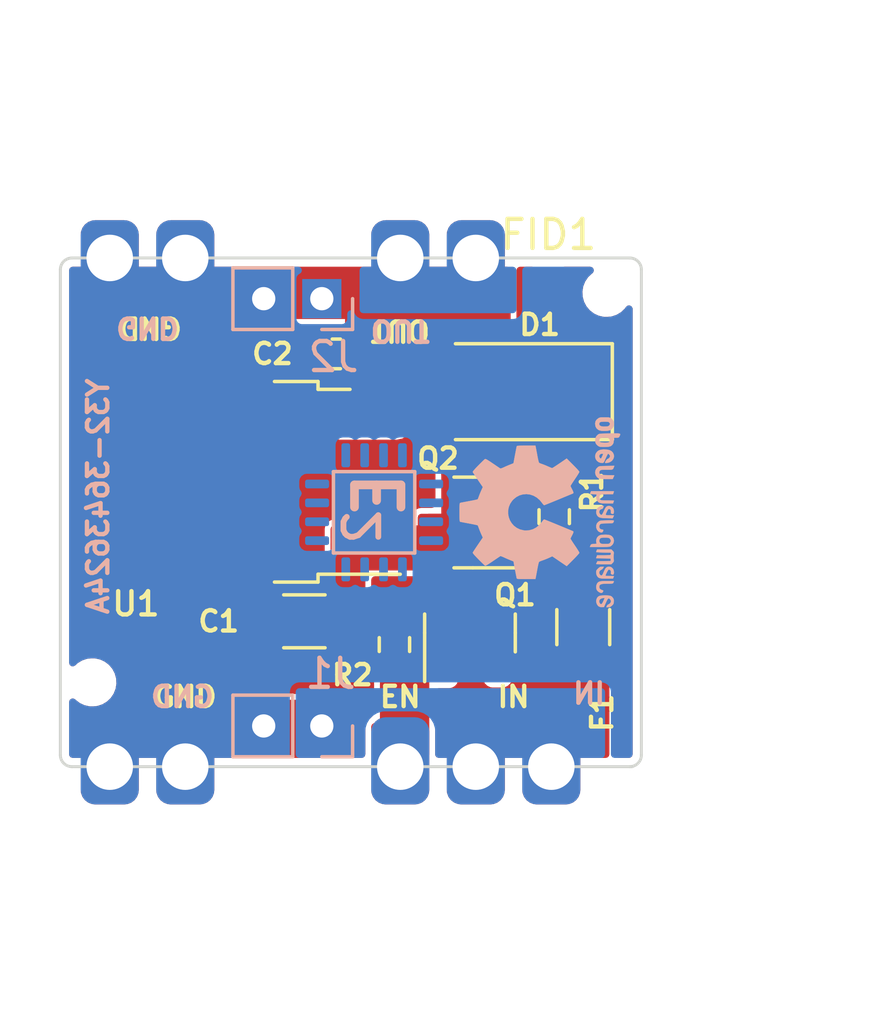
<source format=kicad_pcb>
(kicad_pcb (version 20211014) (generator pcbnew)
  (layers (0 "F.Cu" signal) (31 "B.Cu" signal) (34 "B.Paste" user) (35 "F.Paste" user) (36 "B.SilkS" user "B.Silkscreen") (37 "F.SilkS" user "F.Silkscreen") (38 "B.Mask" user) (39 "F.Mask" user) (44 "Edge.Cuts" user))
  (net 0 "")
  (net 1 "/IN")
  (net 2 "GND")
  (net 3 "/OUT")
  (net 4 "/INPUT")
  (net 5 "Net-(Q1-Pad3)")
  (net 6 "Net-(F1-Pad2)")
  (net 7 "/EN")
  (footprint "Resistor_SMD:R_0603_1608Metric" (layer "F.Cu") (at 108.7 95 90)
    (fp_text reference "R2" (at -1.05 -1.45 180) (layer "F.SilkS") (effects (font (size 0.7 0.7))))
    (fp_text value "100K")
    (fp_line (start -0.237258 -0.5225) (end 0.237258 -0.5225) (layer "F.SilkS") (width 0.12))
    (fp_line (start -0.237258 0.5225) (end 0.237258 0.5225) (layer "F.SilkS") (width 0.12))
    (pad "1" smd roundrect locked (at -0.825 0 90) (size 0.8 0.95) (layers "F.Cu" "F.Paste" "F.Mask") (net 7 "/EN"))
    (pad "2" smd roundrect locked (at 0.825 0 90) (size 0.8 0.95) (layers "F.Cu" "F.Paste" "F.Mask") (net 2 "GND"))
  )
  (footprint "Fiducial:Fiducial_0.5mm_Mask1mm" (layer "F.Cu") (at 98.2 94)
    (fp_text reference "FID2" hide)
    (fp_text value "Fiducial")
    (pad "" smd circle locked (at 0 0) (size 0.5 0.5) (layers "F.Cu" "F.Mask") (clearance 0.25))
  )
  (footprint "Fiducial:Fiducial_0.5mm_Mask1mm" (layer "F.Cu") (at 114 82.4)
    (fp_text reference "FID1" (at 0 -1.5) (layer "F.SilkS"))
    (fp_text value "Fiducial")
    (pad "" smd circle locked (at 0 0) (size 0.5 0.5) (layers "F.Cu" "F.Mask") (clearance 0.25))
  )
  (footprint "Package_TO_SOT_SMD:SOT-23" (layer "F.Cu") (at 111.3 94.6 90)
    (fp_text reference "Q1" (at 1.3 1.55) (layer "F.SilkS") (effects (font (size 0.7 0.7))))
    (fp_text value "BC817")
    (fp_line (start 0 1.56) (end -0.65 1.56) (layer "F.SilkS") (width 0.12))
    (fp_line (start 0 -1.56) (end -1.675 -1.56) (layer "F.SilkS") (width 0.12))
    (fp_line (start 0 -1.56) (end 0.65 -1.56) (layer "F.SilkS") (width 0.12))
    (fp_line (start 0 1.56) (end 0.65 1.56) (layer "F.SilkS") (width 0.12))
    (pad "1" smd roundrect locked (at -0.9375 -0.95 90) (size 1.475 0.6) (layers "F.Cu" "F.Paste" "F.Mask") (net 7 "/EN"))
    (pad "2" smd roundrect locked (at -0.9375 0.95 90) (size 1.475 0.6) (layers "F.Cu" "F.Paste" "F.Mask") (net 2 "GND"))
    (pad "3" smd roundrect locked (at 0.9375 0 90) (size 1.475 0.6) (layers "F.Cu" "F.Paste" "F.Mask") (net 5 "Net-(Q1-Pad3)"))
  )
  (footprint "Buck_ti:cast_edge" (layer "F.Cu") (at 114.1 99.2 90)
    (fp_text reference "TP5" hide)
    (fp_text value "IN" (at 2.517157 1.3 unlocked) (layer "B.SilkS") (effects (font (size 0.7 0.7)) (justify mirror)))
    (pad "1" thru_hole roundrect (at 0 0 90) (size 3 2) (drill 1.6 (offset 0.2 0)) (layers *.Cu *.Mask) (net 4 "/INPUT"))
  )
  (footprint "Resistor_SMD:R_0603_1608Metric" (layer "F.Cu") (at 114.2 90.6 -90)
    (fp_text reference "R1" (at -0.85 -1.3 90) (layer "F.SilkS") (effects (font (size 0.7 0.7))))
    (fp_text value "100K")
    (fp_line (start -0.237258 -0.5225) (end 0.237258 -0.5225) (layer "F.SilkS") (width 0.12))
    (fp_line (start -0.237258 0.5225) (end 0.237258 0.5225) (layer "F.SilkS") (width 0.12))
    (pad "1" smd roundrect locked (at -0.825 0 270) (size 0.8 0.95) (layers "F.Cu" "F.Paste" "F.Mask") (net 6 "Net-(F1-Pad2)"))
    (pad "2" smd roundrect locked (at 0.825 0 270) (size 0.8 0.95) (layers "F.Cu" "F.Paste" "F.Mask") (net 5 "Net-(Q1-Pad3)"))
  )
  (footprint "Buck_ti:cast_edge" (layer "F.Cu") (at 101.5 99.2 90)
    (fp_text reference "TP1" hide)
    (fp_text value "GND" (at 2.4 0 unlocked) (layer "F.SilkS") (effects (font (size 0.7 0.7))))
    (pad "1" thru_hole roundrect (at 0 0 90) (size 3 2) (drill 1.6 (offset 0.2 0)) (layers *.Cu *.Mask) (net 2 "GND"))
  )
  (footprint "Buck_ti:cast_edge" (layer "F.Cu") (at 108.9 81.7 -90)
    (fp_text reference "TP4" hide)
    (fp_text value "OUT" (at 2.5 0 180 unlocked) (layer "F.SilkS") (effects (font (size 0.7 0.7))))
    (pad "1" thru_hole roundrect (at 0 0 270) (size 3 2) (drill 1.6 (offset 0.2 0)) (layers *.Cu *.Mask) (net 3 "/OUT"))
  )
  (footprint "MountingHole:MountingHole_2.1mm" (layer "F.Cu") (at 116 82.9)
    (fp_text reference "H1" hide)
    (fp_text value "MountingHole" hide)
    (pad "" np_thru_hole circle (at 0 0) (size 1.152 1.152) (drill 1.152) (layers F&B.Cu *.Mask))
  )
  (footprint "Fuse:Fuse_1206_3216Metric" (layer "F.Cu") (at 115.2 94.4 90)
    (fp_text reference "F1" (at -2.95 0.65 90) (layer "F.SilkS") (effects (font (size 0.7 0.7))))
    (fp_text value "Polyfuse_Small" hide)
    (fp_line (start -0.602064 -0.91) (end 0.602064 -0.91) (layer "F.SilkS") (width 0.12))
    (fp_line (start -0.602064 0.91) (end 0.602064 0.91) (layer "F.SilkS") (width 0.12))
    (pad "1" smd roundrect locked (at -1.4 0 90) (size 1.25 1.75) (layers "F.Cu" "F.Paste" "F.Mask") (roundrect_rratio 0.2) (net 4 "/INPUT"))
    (pad "2" smd roundrect locked (at 1.4 0 90) (size 1.25 1.75) (layers "F.Cu" "F.Paste" "F.Mask") (roundrect_rratio 0.2) (net 6 "Net-(F1-Pad2)"))
  )
  (footprint "Buck_ti:cast_edge" (layer "F.Cu") (at 98.9 81.7 -90)
    (fp_text reference "TP6" hide)
    (fp_text value "GND" (at 2.4 -1.3 180 unlocked) (layer "B.SilkS") (effects (font (size 0.7 0.7)) (justify mirror)))
    (pad "1" thru_hole roundrect (at 0 0 270) (size 3 2) (drill 1.6 (offset 0.2 0)) (layers *.Cu *.Mask) (net 2 "GND"))
  )
  (footprint "Buck_ti:cast_edge" (layer "F.Cu") (at 98.9 99.2 90)
    (fp_text reference "TP7" hide)
    (fp_text value "GND" (at 2.4 2.5 unlocked) (layer "B.SilkS") (effects (font (size 0.7 0.7)) (justify mirror)))
    (pad "1" thru_hole roundrect (at 0 0 90) (size 3 2) (drill 1.6 (offset 0.2 0)) (layers *.Cu *.Mask) (net 2 "GND"))
  )
  (footprint "Package_TO_SOT_SMD:SOT-23" (layer "F.Cu") (at 111.4 90.8 180)
    (fp_text reference "Q2" (at 1.2 2.2) (layer "F.SilkS") (effects (font (size 0.7 0.7))))
    (fp_text value "DMG2301L")
    (fp_line (start 0 -1.56) (end -1.675 -1.56) (layer "F.SilkS") (width 0.12))
    (fp_line (start 0 1.56) (end -0.65 1.56) (layer "F.SilkS") (width 0.12))
    (fp_line (start 0 1.56) (end 0.65 1.56) (layer "F.SilkS") (width 0.12))
    (fp_line (start 0 -1.56) (end 0.65 -1.56) (layer "F.SilkS") (width 0.12))
    (pad "1" smd roundrect locked (at -0.9375 -0.95 180) (size 1.475 0.6) (layers "F.Cu" "F.Paste" "F.Mask") (net 5 "Net-(Q1-Pad3)"))
    (pad "2" smd roundrect locked (at -0.9375 0.95 180) (size 1.475 0.6) (layers "F.Cu" "F.Paste" "F.Mask") (net 6 "Net-(F1-Pad2)"))
    (pad "3" smd roundrect locked (at 0.9375 0 180) (size 1.475 0.6) (layers "F.Cu" "F.Paste" "F.Mask") (net 1 "/IN"))
  )
  (footprint "Buck_ti:cast_edge" (layer "F.Cu") (at 111.5 81.7 -90)
    (fp_text reference "TP8" hide)
    (fp_text value "OUT" (at 2.5 2.6 180 unlocked) (layer "B.SilkS") (effects (font (size 0.7 0.7)) (justify mirror)))
    (pad "1" thru_hole roundrect (at 0 0 270) (size 3 2) (drill 1.6 (offset 0.2 0)) (layers *.Cu *.Mask) (net 3 "/OUT"))
  )
  (footprint "Capacitor_SMD:C_1206_3216Metric" (layer "F.Cu") (at 105.6 94.2 180)
    (fp_text reference "C1" (at 2.95 0 180) (layer "F.SilkS") (effects (font (size 0.7 0.7))))
    (fp_text value "330nF" hide)
    (fp_line (start -0.711252 0.91) (end 0.711252 0.91) (layer "F.SilkS") (width 0.12))
    (fp_line (start -0.711252 -0.91) (end 0.711252 -0.91) (layer "F.SilkS") (width 0.12))
    (pad "1" smd roundrect locked (at -1.475 0 180) (size 1.15 1.8) (layers "F.Cu" "F.Paste" "F.Mask") (roundrect_rratio 0.2173913043) (net 1 "/IN"))
    (pad "2" smd roundrect locked (at 1.475 0 180) (size 1.15 1.8) (layers "F.Cu" "F.Paste" "F.Mask") (roundrect_rratio 0.2173913043) (net 2 "GND"))
  )
  (footprint "MountingHole:MountingHole_2.1mm" (layer "F.Cu") (at 98.3 96.3)
    (fp_text reference "H2" hide)
    (fp_text value "MountingHole" hide)
    (pad "" np_thru_hole circle (at 0 0) (size 1.152 1.152) (drill 1.152) (layers F&B.Cu *.Mask) (clearance 0.25))
  )
  (footprint "Capacitor_SMD:C_0603_1608Metric" (layer "F.Cu") (at 106.7 85 180)
    (fp_text reference "C2" (at 2.2 0 180) (layer "F.SilkS") (effects (font (size 0.7 0.7))))
    (fp_text value "100nF" hide)
    (fp_line (start -0.14058 0.51) (end 0.14058 0.51) (layer "F.SilkS") (width 0.12))
    (fp_line (start -0.14058 -0.51) (end 0.14058 -0.51) (layer "F.SilkS") (width 0.12))
    (pad "1" smd roundrect locked (at -0.775 0 180) (size 0.9 0.95) (layers "F.Cu" "F.Paste" "F.Mask") (net 3 "/OUT"))
    (pad "2" smd roundrect locked (at 0.775 0 180) (size 0.9 0.95) (layers "F.Cu" "F.Paste" "F.Mask") (net 2 "GND"))
  )
  (footprint "Package_TO_SOT_SMD:TO-252-2" (layer "F.Cu") (at 103.6 89.4 180)
    (fp_text reference "U1" (at 3.8 -4.2) (layer "F.SilkS") (effects (font (size 0.8 0.8))))
    (fp_text value "L7805" hide)
    (fp_line (start -2.47 -3.18) (end -5.3 -3.18) (layer "F.SilkS") (width 0.12))
    (fp_line (start -2.47 3.18) (end -3.57 3.18) (layer "F.SilkS") (width 0.12))
    (fp_line (start -2.47 3.45) (end -2.47 3.18) (layer "F.SilkS") (width 0.12))
    (fp_line (start -0.97 3.45) (end -2.47 3.45) (layer "F.SilkS") (width 0.12))
    (fp_line (start -2.47 -3.45) (end -2.47 -3.18) (layer "F.SilkS") (width 0.12))
    (fp_line (start -0.97 -3.45) (end -2.47 -3.45) (layer "F.SilkS") (width 0.12))
    (pad "1" smd rect locked (at -4.2 -2.28 180) (size 2.2 1.2) (layers "F.Cu" "F.Paste" "F.Mask") (net 1 "/IN"))
    (pad "2" smd rect locked (at 2.1 0 180) (size 6.4 5.8) (layers "F.Cu" "F.Mask") (net 2 "GND"))
    (pad "3" smd rect locked (at -4.2 2.28 180) (size 2.2 1.2) (layers "F.Cu" "F.Paste" "F.Mask") (net 3 "/OUT"))
  )
  (footprint "Buck_ti:cast_edge" (layer "F.Cu") (at 108.9 99.2 90)
    (fp_text reference "TP9" hide)
    (fp_text value "EN" (at 2.4 0 unlocked) (layer "F.SilkS") (effects (font (size 0.7 0.7))))
    (pad "1" thru_hole roundrect (at 0 0 90) (size 3 2) (drill 1.6 (offset 0.2 0)) (layers *.Cu *.Mask) (net 7 "/EN"))
  )
  (footprint "Buck_ti:cast_edge" (layer "F.Cu") (at 111.5 99.2 90)
    (fp_text reference "TP2" hide)
    (fp_text value "IN" (at 2.4 1.3 unlocked) (layer "F.SilkS") (effects (font (size 0.7 0.7))))
    (pad "1" thru_hole roundrect (at 0 0 90) (size 3 2) (drill 1.6 (offset 0.2 0)) (layers *.Cu *.Mask) (net 4 "/INPUT"))
  )
  (footprint "Buck_ti:cast_edge" (layer "F.Cu") (at 101.5 81.7 -90)
    (fp_text reference "TP3" hide)
    (fp_text value "GND" (at 2.4 1.2 180 unlocked) (layer "F.SilkS") (effects (font (size 0.7 0.7))))
    (pad "1" thru_hole roundrect (at 0 0 270) (size 3 2) (drill 1.6 (offset 0.2 0)) (layers *.Cu *.Mask) (net 2 "GND"))
  )
  (footprint "Diode_SMD:D_SMA" (layer "F.Cu") (at 112.8 86.3 180)
    (fp_text reference "D1" (at -0.9 2.3) (layer "F.SilkS") (effects (font (size 0.7 0.7))))
    (fp_text value "B140-13-F" hide)
    (fp_line (start -3.4 -1.65) (end -3.4 1.65) (layer "F.SilkS") (width 0.12))
    (fp_line (start -3.4 1.65) (end 2 1.65) (layer "F.SilkS") (width 0.12))
    (fp_line (start -3.4 -1.65) (end 2 -1.65) (layer "F.SilkS") (width 0.12))
    (pad "1" smd rect locked (at -2 0 180) (size 2.5 1.8) (layers "F.Cu" "F.Paste" "F.Mask") (net 1 "/IN"))
    (pad "2" smd rect locked (at 2 0 180) (size 2.5 1.8) (layers "F.Cu" "F.Paste" "F.Mask") (net 3 "/OUT"))
  )
  (footprint "Connector_PinHeader_2.00mm:PinHeader_1x02_P2.00mm_Vertical" (layer "B.Cu") (at 106.2 83.1 90)
    (fp_text reference "J2" (at -2 0.4) (layer "B.SilkS") (effects (justify mirror)))
    (fp_text value "Conn_01x02" hide)
    (fp_line (start -1.06 0) (end -1.06 1.06) (layer "B.SilkS") (width 0.12))
    (fp_line (start -1.06 1.06) (end 0 1.06) (layer "B.SilkS") (width 0.12))
    (fp_line (start -1.06 -3.06) (end 1.06 -3.06) (layer "B.SilkS") (width 0.12))
    (fp_line (start -1.06 -1) (end 1.06 -1) (layer "B.SilkS") (width 0.12))
    (fp_line (start 1.06 -1) (end 1.06 -3.06) (layer "B.SilkS") (width 0.12))
    (fp_line (start -1.06 -1) (end -1.06 -3.06) (layer "B.SilkS") (width 0.12))
    (pad "1" thru_hole rect locked (at 0 0 90) (size 1.35 1.35) (drill 0.8) (layers *.Cu *.Mask) (net 3 "/OUT"))
    (pad "2" thru_hole oval locked (at 0 -2 90) (size 1.35 1.35) (drill 0.8) (layers *.Cu *.Mask) (net 2 "GND"))
  )
  (footprint "Connector_PinHeader_2.00mm:PinHeader_1x02_P2.00mm_Vertical" (layer "B.Cu") (at 106.2 97.8 90)
    (fp_text reference "J1" (at 1.8 0.3) (layer "B.SilkS") (effects (justify mirror)))
    (fp_text value "Conn_01x02" hide)
    (fp_line (start -1.06 1.06) (end 0 1.06) (layer "B.SilkS") (width 0.12))
    (fp_line (start -1.06 -3.06) (end 1.06 -3.06) (layer "B.SilkS") (width 0.12))
    (fp_line (start -1.06 -1) (end -1.06 -3.06) (layer "B.SilkS") (width 0.12))
    (fp_line (start -1.06 0) (end -1.06 1.06) (layer "B.SilkS") (width 0.12))
    (fp_line (start -1.06 -1) (end 1.06 -1) (layer "B.SilkS") (width 0.12))
    (fp_line (start 1.06 -1) (end 1.06 -3.06) (layer "B.SilkS") (width 0.12))
    (pad "1" thru_hole rect locked (at 0 0 90) (size 1.35 1.35) (drill 0.8) (layers *.Cu *.Mask) (net 4 "/INPUT"))
    (pad "2" thru_hole oval locked (at 0 -2 90) (size 1.35 1.35) (drill 0.8) (layers *.Cu *.Mask) (net 2 "GND"))
  )
  (footprint "Symbol:OSHW-Logo2_7.3x6mm_SilkScreen" (layer "B.Cu") (at 113.7 90.45 -90)
    (fp_text reference "REF**" hide)
    (fp_text value "OSHW-Logo2_7.3x6mm_SilkScreen" hide)
    (fp_poly (pts (xy 0.529926 -1.949755) (xy 0.595858 -1.974084) (xy 0.649273 -2.017117) (xy 0.670164 -2.047409) (xy 0.692939 -2.102994) (xy 0.692466 -2.143186) (xy 0.668562 -2.170217) (xy 0.659717 -2.174813) (xy 0.62153 -2.189144) (xy 0.602028 -2.185472) (xy 0.595422 -2.161407) (xy 0.595086 -2.148114) (xy 0.582992 -2.09921) (xy 0.551471 -2.064999) (xy 0.507659 -2.048476) (xy 0.458695 -2.052634) (xy 0.418894 -2.074227) (xy 0.40545 -2.086544) (xy 0.395921 -2.101487) (xy 0.389485 -2.124075) (xy 0.385317 -2.159328) (xy 0.382597 -2.212266) (xy 0.380502 -2.287907) (xy 0.37996 -2.311857) (xy 0.377981 -2.39379) (xy 0.375731 -2.451455) (xy 0.372357 -2.489608) (xy 0.367006 -2.513004) (xy 0.358824 -2.526398) (xy 0.346959 -2.534545) (xy 0.339362 -2.538144) (xy 0.307102 -2.550452) (xy 0.288111 -2.554514) (xy 0.281836 -2.540948) (xy 0.278006 -2.499934) (xy 0.2766 -2.430999) (xy 0.277598 -2.333669) (xy 0.277908 -2.318657) (xy 0.280101 -2.229859) (xy 0.282693 -2.165019) (xy 0.286382 -2.119067) (xy 0.291864 -2.086935) (xy 0.299835 -2.063553) (xy 0.310993 -2.043852) (xy 0.31683 -2.03541) (xy 0.350296 -1.998057) (xy 0.387727 -1.969003) (xy 0.392309 -1.966467) (xy 0.459426 -1.946443) (xy 0.529926 -1.949755)) (layer "B.SilkS") (width 0.01) (fill solid))
    (fp_poly (pts (xy 2.6526 -1.958752) (xy 2.669948 -1.966334) (xy 2.711356 -1.999128) (xy 2.746765 -2.046547) (xy 2.768664 -2.097151) (xy 2.772229 -2.122098) (xy 2.760279 -2.156927) (xy 2.734067 -2.175357) (xy 2.705964 -2.186516) (xy 2.693095 -2.188572) (xy 2.686829 -2.173649) (xy 2.674456 -2.141175) (xy 2.669028 -2.126502) (xy 2.63859 -2.075744) (xy 2.59452 -2.050427) (xy 2.53801 -2.051206) (xy 2.533825 -2.052203) (xy 2.503655 -2.066507) (xy 2.481476 -2.094393) (xy 2.466327 -2.139287) (xy 2.45725 -2.204615) (xy 2.453286 -2.293804) (xy 2.452914 -2.341261) (xy 2.45273 -2.416071) (xy 2.451522 -2.467069) (xy 2.448309 -2.499471) (xy 2.442109 -2.518495) (xy 2.43194 -2.529356) (xy 2.416819 -2.537272) (xy 2.415946 -2.53767) (xy 2.386828 -2.549981) (xy 2.372403 -2.554514) (xy 2.370186 -2.540809) (xy 2.368289 -2.502925) (xy 2.366847 -2.445715) (xy 2.365998 -2.374027) (xy 2.365829 -2.321565) (xy 2.366692 -2.220047) (xy 2.37007 -2.143032) (xy 2.377142 -2.086023) (xy 2.389088 -2.044526) (xy 2.40709 -2.014043) (xy 2.432327 -1.99008) (xy 2.457247 -1.973355) (xy 2.517171 -1.951097) (xy 2.586911 -1.946076) (xy 2.6526 -1.958752)) (layer "B.SilkS") (width 0.01) (fill solid))
    (fp_poly (pts (xy 1.779833 -1.958663) (xy 1.782048 -1.99685) (xy 1.783784 -2.054886) (xy 1.784899 -2.12818) (xy 1.785257 -2.205055) (xy 1.785257 -2.465196) (xy 1.739326 -2.511127) (xy 1.707675 -2.539429) (xy 1.67989 -2.550893) (xy 1.641915 -2.550168) (xy 1.62684 -2.548321) (xy 1.579726 -2.542948) (xy 1.540756 -2.539869) (xy 1.531257 -2.539585) (xy 1.499233 -2.541445) (xy 1.453432 -2.546114) (xy 1.435674 -2.548321) (xy 1.392057 -2.551735) (xy 1.362745 -2.54432) (xy 1.33368 -2.521427) (xy 1.323188 -2.511127) (xy 1.277257 -2.465196) (xy 1.277257 -1.978602) (xy 1.314226 -1.961758) (xy 1.346059 -1.949282) (xy 1.364683 -1.944914) (xy 1.369458 -1.958718) (xy 1.373921 -1.997286) (xy 1.377775 -2.056356) (xy 1.380722 -2.131663) (xy 1.382143 -2.195286) (xy 1.386114 -2.445657) (xy 1.420759 -2.450556) (xy 1.452268 -2.447131) (xy 1.467708 -2.436041) (xy 1.472023 -2.415308) (xy 1.475708 -2.371145) (xy 1.478469 -2.309146) (xy 1.480012 -2.234909) (xy 1.480235 -2.196706) (xy 1.480457 -1.976783) (xy 1.526166 -1.960849) (xy 1.558518 -1.950015) (xy 1.576115 -1.944962) (xy 1.576623 -1.944914) (xy 1.578388 -1.958648) (xy 1.580329 -1.99673) (xy 1.582282 -2.054482) (xy 1.584084 -2.127227) (xy 1.585343 -2.195286) (xy 1.589314 -2.445657) (xy 1.6764 -2.445657) (xy 1.680396 -2.21724) (xy 1.684392 -1.988822) (xy 1.726847 -1.966868) (xy 1.758192 -1.951793) (xy 1.776744 -1.944951) (xy 1.777279 -1.944914) (xy 1.779833 -1.958663)) (layer "B.SilkS") (width 0.01) (fill solid))
    (fp_poly (pts (xy -2.400256 -1.919918) (xy -2.344799 -1.947568) (xy -2.295852 -1.99848) (xy -2.282371 -2.017338) (xy -2.267686 -2.042015) (xy -2.258158 -2.068816) (xy -2.252707 -2.104587) (xy -2.250253 -2.156169) (xy -2.249714 -2.224267) (xy -2.252148 -2.317588) (xy -2.260606 -2.387657) (xy -2.276826 -2.439931) (xy -2.302546 -2.479869) (xy -2.339503 -2.512929) (xy -2.342218 -2.514886) (xy -2.37864 -2.534908) (xy -2.422498 -2.544815) (xy -2.478276 -2.547257) (xy -2.568952 -2.547257) (xy -2.56899 -2.635283) (xy -2.569834 -2.684308) (xy -2.574976 -2.713065) (xy -2.588413 -2.730311) (xy -2.614142 -2.744808) (xy -2.620321 -2.747769) (xy -2.649236 -2.761648) (xy -2.671624 -2.770414) (xy -2.688271 -2.771171) (xy -2.699964 -2.761023) (xy -2.70749 -2.737073) (xy -2.711634 -2.696426) (xy -2.713185 -2.636186) (xy -2.712929 -2.553455) (xy -2.711651 -2.445339) (xy -2.711252 -2.413) (xy -2.709815 -2.301524) (xy -2.708528 -2.228603) (xy -2.569029 -2.228603) (xy -2.568245 -2.290499) (xy -2.56476 -2.330997) (xy -2.556876 -2.357708) (xy -2.542895 -2.378244) (xy -2.533403 -2.38826) (xy -2.494596 -2.417567) (xy -2.460237 -2.419952) (xy -2.424784 -2.39575) (xy -2.423886 -2.394857) (xy -2.409461 -2.376153) (xy -2.400687 -2.350732) (xy -2.396261 -2.311584) (xy -2.394882 -2.251697) (xy -2.394857 -2.23843) (xy -2.398188 -2.155901) (xy -2.409031 -2.098691) (xy -2.42866 -2.063766) (xy -2.45835 -2.048094) (xy -2.475509 -2.046514) (xy -2.516234 -2.053926) (xy -2.544168 -2.07833) (xy -2.560983 -2.12298) (xy -2.56835 -2.19113) (xy -2.569029 -2.228603) (xy -2.708528 -2.228603) (xy -2.708292 -2.215245) (xy -2.706323 -2.150333) (xy -2.70355 -2.102958) (xy -2.699612 -2.06929) (xy -2.694151 -2.045498) (xy -2.686808 -2.027753) (xy -2.677223 -2.012224) (xy -2.673113 -2.006381) (xy -2.618595 -1.951185) (xy -2.549664 -1.91989) (xy -2.469928 -1.911165) (xy -2.400256 -1.919918)) (layer "B.SilkS") (width 0.01) (fill solid))
    (fp_poly (pts (xy -0.624114 -1.851289) (xy -0.619861 -1.910613) (xy -0.614975 -1.945572) (xy -0.608205 -1.96082) (xy -0.598298 -1.961015) (xy -0.595086 -1.959195) (xy -0.552356 -1.946015) (xy -0.496773 -1.946785) (xy -0.440263 -1.960333) (xy -0.404918 -1.977861) (xy -0.368679 -2.005861) (xy -0.342187 -2.037549) (xy -0.324001 -2.077813) (xy -0.312678 -2.131543) (xy -0.306778 -2.203626) (xy -0.304857 -2.298951) (xy -0.304823 -2.317237) (xy -0.3048 -2.522646) (xy -0.350509 -2.53858) (xy -0.382973 -2.54942) (xy -0.400785 -2.554468) (xy -0.401309 -2.554514) (xy -0.403063 -2.540828) (xy -0.404556 -2.503076) (xy -0.405674 -2.446224) (xy -0.406303 -2.375234) (xy -0.4064 -2.332073) (xy -0.406602 -2.246973) (xy -0.407642 -2.185981) (xy -0.410169 -2.144177) (xy -0.414836 -2.116642) (xy -0.422293 -2.098456) (xy -0.433189 -2.084698) (xy -0.439993 -2.078073) (xy -0.486728 -2.051375) (xy -0.537728 -2.049375) (xy -0.583999 -2.071955) (xy -0.592556 -2.080107) (xy -0.605107 -2.095436) (xy -0.613812 -2.113618) (xy -0.619369 -2.139909) (xy -0.622474 -2.179562) (xy -0.623824 -2.237832) (xy -0.624114 -2.318173) (xy -0.624114 -2.522646) (xy -0.669823 -2.53858) (xy -0.702287 -2.54942) (xy -0.720099 -2.554468) (xy -0.720623 -2.554514) (xy -0.721963 -2.540623) (xy -0.723172 -2.501439) (xy -0.724199 -2.4407) (xy -0.724998 -2.362141) (xy -0.725519 -2.269498) (xy -0.725714 -2.166509) (xy -0.725714 -1.769342) (xy -0.678543 -1.749444) (xy -0.631371 -1.729547) (xy -0.624114 -1.851289)) (layer "B.SilkS") (width 0.01) (fill solid))
    (fp_poly (pts (xy -1.283907 -1.92778) (xy -1.237328 -1.954723) (xy -1.204943 -1.981466) (xy -1.181258 -2.009484) (xy -1.164941 -2.043748) (xy -1.154661 -2.089227) (xy -1.149086 -2.150892) (xy -1.146884 -2.233711) (xy -1.146629 -2.293246) (xy -1.146629 -2.512391) (xy -1.208314 -2.540044) (xy -1.27 -2.567697) (xy -1.277257 -2.32767) (xy -1.280256 -2.238028) (xy -1.283402 -2.172962) (xy -1.287299 -2.128026) (xy -1.292553 -2.09877) (xy -1.299769 -2.080748) (xy -1.30955 -2.069511) (xy -1.312688 -2.067079) (xy -1.360239 -2.048083) (xy -1.408303 -2.0556) (xy -1.436914 -2.075543) (xy -1.448553 -2.089675) (xy -1.456609 -2.10822) (xy -1.461729 -2.136334) (xy -1.464559 -2.179173) (xy -1.465744 -2.241895) (xy -1.465943 -2.307261) (xy -1.465982 -2.389268) (xy -1.467386 -2.447316) (xy -1.472086 -2.486465) (xy -1.482013 -2.51178) (xy -1.499097 -2.528323) (xy -1.525268 -2.541156) (xy -1.560225 -2.554491) (xy -1.598404 -2.569007) (xy -1.593859 -2.311389) (xy -1.592029 -2.218519) (xy -1.589888 -2.149889) (xy -1.586819 -2.100711) (xy -1.582206 -2.066198) (xy -1.575432 -2.041562) (xy -1.565881 -2.022016) (xy -1.554366 -2.00477) (xy -1.49881 -1.94968) (xy -1.43102 -1.917822) (xy -1.357287 -1.910191) (xy -1.283907 -1.92778)) (layer "B.SilkS") (width 0.01) (fill solid))
    (fp_poly (pts (xy 2.144876 -1.956335) (xy 2.186667 -1.975344) (xy 2.219469 -1.998378) (xy 2.243503 -2.024133) (xy 2.260097 -2.057358) (xy 2.270577 -2.1028) (xy 2.276271 -2.165207) (xy 2.278507 -2.249327) (xy 2.278743 -2.304721) (xy 2.278743 -2.520826) (xy 2.241774 -2.53767) (xy 2.212656 -2.549981) (xy 2.198231 -2.554514) (xy 2.195472 -2.541025) (xy 2.193282 -2.504653) (xy 2.191942 -2.451542) (xy 2.191657 -2.409372) (xy 2.190434 -2.348447) (xy 2.187136 -2.300115) (xy 2.182321 -2.270518) (xy 2.178496 -2.264229) (xy 2.152783 -2.270652) (xy 2.112418 -2.287125) (xy 2.065679 -2.309458) (xy 2.020845 -2.333457) (xy 1.986193 -2.35493) (xy 1.970002 -2.369685) (xy 1.969938 -2.369845) (xy 1.97133 -2.397152) (xy 1.983818 -2.423219) (xy 2.005743 -2.444392) (xy 2.037743 -2.451474) (xy 2.065092 -2.450649) (xy 2.103826 -2.450042) (xy 2.124158 -2.459116) (xy 2.136369 -2.483092) (xy 2.137909 -2.487613) (xy 2.143203 -2.521806) (xy 2.129047 -2.542568) (xy 2.092148 -2.552462) (xy 2.052289 -2.554292) (xy 1.980562 -2.540727) (xy 1.943432 -2.521355) (xy 1.897576 -2.475845) (xy 1.873256 -2.419983) (xy 1.871073 -2.360957) (xy 1.891629 -2.305953) (xy 1.922549 -2.271486) (xy 1.95342 -2.252189) (xy 2.001942 -2.227759) (xy 2.058485 -2.202985) (xy 2.06791 -2.199199) (xy 2.130019 -2.171791) (xy 2.165822 -2.147634) (xy 2.177337 -2.123619) (xy 2.16658 -2.096635) (xy 2.148114 -2.075543) (xy 2.104469 -2.049572) (xy 2.056446 -2.047624) (xy 2.012406 -2.067637) (xy 1.980709 -2.107551) (xy 1.976549 -2.117848) (xy 1.952327 -2.155724) (xy 1.916965 -2.183842) (xy 1.872343 -2.206917) (xy 1.872343 -2.141485) (xy 1.874969 -2.101506) (xy 1.88623 -2.069997) (xy 1.911199 -2.036378) (xy 1.935169 -2.010484) (xy 1.972441 -1.973817) (xy 2.001401 -1.954121) (xy 2.032505 -1.94622) (xy 2.067713 -1.944914) (xy 2.144876 -1.956335)) (layer "B.SilkS") (width 0.01) (fill solid))
    (fp_poly (pts (xy -2.958885 -1.921962) (xy -2.890855 -1.957733) (xy -2.840649 -2.015301) (xy -2.822815 -2.052312) (xy -2.808937 -2.107882) (xy -2.801833 -2.178096) (xy -2.80116 -2.254727) (xy -2.806573 -2.329552) (xy -2.81773 -2.394342) (xy -2.834286 -2.440873) (xy -2.839374 -2.448887) (xy -2.899645 -2.508707) (xy -2.971231 -2.544535) (xy -3.048908 -2.55502) (xy -3.127452 -2.53881) (xy -3.149311 -2.529092) (xy -3.191878 -2.499143) (xy -3.229237 -2.459433) (xy -3.232768 -2.454397) (xy -3.247119 -2.430124) (xy -3.256606 -2.404178) (xy -3.26221 -2.370022) (xy -3.264914 -2.321119) (xy -3.265701 -2.250935) (xy -3.265714 -2.2352) (xy -3.265678 -2.230192) (xy -3.120571 -2.230192) (xy -3.119727 -2.29643) (xy -3.116404 -2.340386) (xy -3.109417 -2.368779) (xy -3.097584 -2.388325) (xy -3.091543 -2.394857) (xy -3.056814 -2.41968) (xy -3.023097 -2.418548) (xy -2.989005 -2.397016) (xy -2.968671 -2.374029) (xy -2.956629 -2.340478) (xy -2.949866 -2.287569) (xy -2.949402 -2.281399) (xy -2.948248 -2.185513) (xy -2.960312 -2.114299) (xy -2.98543 -2.068194) (xy -3.02344 -2.047635) (xy -3.037008 -2.046514) (xy -3.072636 -2.052152) (xy -3.097006 -2.071686) (xy -3.111907 -2.109042) (xy -3.119125 -2.16815) (xy -3.120571 -2.230192) (xy -3.265678 -2.230192) (xy -3.265174 -2.160413) (xy -3.262904 -2.108159) (xy -3.257932 -2.071949) (xy -3.249287 -2.045299) (xy -3.235995 -2.021722) (xy -3.233057 -2.017338) (xy -3.183687 -1.958249) (xy -3.129891 -1.923947) (xy -3.064398 -1.910331) (xy -3.042158 -1.909665) (xy -2.958885 -1.921962)) (layer "B.SilkS") (width 0.01) (fill solid))
    (fp_poly (pts (xy 0.10391 2.757652) (xy 0.182454 2.757222) (xy 0.239298 2.756058) (xy 0.278105 2.753793) (xy 0.302538 2.75006) (xy 0.316262 2.744494) (xy 0.32294 2.736727) (xy 0.326236 2.726395) (xy 0.326556 2.725057) (xy 0.331562 2.700921) (xy 0.340829 2.653299) (xy 0.353392 2.587259) (xy 0.368287 2.507872) (xy 0.384551 2.420204) (xy 0.385119 2.417125) (xy 0.40141 2.331211) (xy 0.416652 2.255304) (xy 0.429861 2.193955) (xy 0.440054 2.151718) (xy 0.446248 2.133145) (xy 0.446543 2.132816) (xy 0.464788 2.123747) (xy 0.502405 2.108633) (xy 0.551271 2.090738) (xy 0.551543 2.090642) (xy 0.613093 2.067507) (xy 0.685657 2.038035) (xy 0.754057 2.008403) (xy 0.757294 2.006938) (xy 0.868702 1.956374) (xy 1.115399 2.12484) (xy 1.191077 2.176197) (xy 1.259631 2.222111) (xy 1.317088 2.25997) (xy 1.359476 2.287163) (xy 1.382825 2.301079) (xy 1.385042 2.302111) (xy 1.40201 2.297516) (xy 1.433701 2.275345) (xy 1.481352 2.234553) (xy 1.546198 2.174095) (xy 1.612397 2.109773) (xy 1.676214 2.046388) (xy 1.733329 1.988549) (xy 1.780305 1.939825) (xy 1.813703 1.90379) (xy 1.830085 1.884016) (xy 1.830694 1.882998) (xy 1.832505 1.869428) (xy 1.825683 1.847267) (xy 1.80854 1.813522) (xy 1.779393 1.7652) (xy 1.736555 1.699308) (xy 1.679448 1.614483) (xy 1.628766 1.539823) (xy 1.583461 1.47286) (xy 1.54615 1.417484) (xy 1.519452 1.37758) (xy 1.505985 1.357038) (xy 1.505137 1.355644) (xy 1.506781 1.335962) (xy 1.519245 1.297707) (xy 1.540048 1.248111) (xy 1.547462 1.232272) (xy 1.579814 1.16171) (xy 1.614328 1.081647) (xy 1.642365 1.012371) (xy 1.662568 0.960955) (xy 1.678615 0.921881) (xy 1.687888 0.901459) (xy 1.689041 0.899886) (xy 1.706096 0.897279) (xy 1.746298 0.890137) (xy 1.804302 0.879477) (xy 1.874763 0.866315) (xy 1.952335 0.851667) (xy 2.031672 0.836551) (xy 2.107431 0.821982) (xy 2.174264 0.808978) (xy 2.226828 0.798555) (xy 2.259776 0.79173) (xy 2.267857 0.789801) (xy 2.276205 0.785038) (xy 2.282506 0.774282) (xy 2.287045 0.753902) (xy 2.290104 0.720266) (xy 2.291967 0.669745) (xy 2.292918 0.598708) (xy 2.29324 0.503524) (xy 2.293257 0.464508) (xy 2.293257 0.147201) (xy 2.217057 0.132161) (xy 2.174663 0.124005) (xy 2.1114 0.112101) (xy 2.034962 0.097884) (xy 1.953043 0.08279) (xy 1.9304 0.078645) (xy 1.854806 0.063947) (xy 1.788953 0.049495) (xy 1.738366 0.036625) (xy 1.708574 0.026678) (xy 1.703612 0.023713) (xy 1.691426 0.002717) (xy 1.673953 -0.037967) (xy 1.654577 -0.090322) (xy 1.650734 -0.1016) (xy 1.625339 -0.171523) (xy 1.593817 -0.250418) (xy 1.562969 -0.321266) (xy 1.562817 -0.321595) (xy 1.511447 -0.432733) (xy 1.680399 -0.681253) (xy 1.849352 -0.929772) (xy 1.632429 -1.147058) (xy 1.566819 -1.211726) (xy 1.506979 -1.268733) (xy 1.456267 -1.315033) (xy 1.418046 -1.347584) (xy 1.395675 -1.363343) (xy 1.392466 -1.364343) (xy 1.373626 -1.356469) (xy 1.33518 -1.334578) (xy 1.28133 -1.301267) (xy 1.216276 -1.259131) (xy 1.14594 -1.211943) (xy 1.074555 -1.16381) (xy 1.010908 -1.121928) (xy 0.959041 -1.088871) (xy 0.922995 -1.067218) (xy 0.906867 -1.059543) (xy 0.887189 -1.066037) (xy 0.849875 -1.08315) (xy 0.802621 -1.107326) (xy 0.797612 -1.110013) (xy 0.733977 -1.141927) (xy 0.690341 -1.157579) (xy 0.663202 -1.157745) (xy 0.649057 -1.143204) (xy 0.648975 -1.143) (xy 0.641905 -1.125779) (xy 0.625042 -1.084899) (xy 0.599695 -1.023525) (xy 0.567171 -0.944819) (xy 0.528778 -0.851947) (xy 0.485822 -0.748072) (xy 0.444222 -0.647502) (xy 0.398504 -0.536516) (xy 0.356526 -0.433703) (xy 0.319548 -0.342215) (xy 0.288827 -0.265201) (xy 0.265622 -0.205815) (xy 0.25119 -0.167209) (xy 0.246743 -0.1528) (xy 0.257896 -0.136272) (xy 0.287069 -0.10993) (xy 0.325971 -0.080887) (xy 0.436757 0.010961) (xy 0.523351 0.116241) (xy 0.584716 0.232734) (xy 0.619815 0.358224) (xy 0.627608 0.490493) (xy 0.621943 0.551543) (xy 0.591078 0.678205) (xy 0.53792 0.790059) (xy 0.465767 0.885999) (xy 0.377917 0.964924) (xy 0.277665 1.02573) (xy 0.16831 1.067313) (xy 0.053147 1.088572) (xy -0.064525 1.088401) (xy -0.18141 1.065699) (xy -0.294211 1.019362) (xy -0.399631 0.948287) (xy -0.443632 0.908089) (xy -0.528021 0.804871) (xy -0.586778 0.692075) (xy -0.620296 0.57299) (xy -0.628965 0.450905) (xy -0.613177 0.329107) (xy -0.573322 0.210884) (xy -0.509793 0.099525) (xy -0.422979 -0.001684) (xy -0.325971 -0.080887) (xy -0.285563 -0.111162) (xy -0.257018 -0.137219) (xy -0.246743 -0.152825) (xy -0.252123 -0.169843) (xy -0.267425 -0.2105) (xy -0.291388 -0.271642) (xy -0.322756 -0.350119) (xy -0.360268 -0.44278) (xy -0.402667 -0.546472) (xy -0.444337 -0.647526) (xy -0.49031 -0.758607) (xy -0.532893 -0.861541) (xy -0.570779 -0.953165) (xy -0.60266 -1.030316) (xy -0.627229 -1.089831) (xy -0.64318 -1.128544) (xy -0.64909 -1.143) (xy -0.663052 -1.157685) (xy -0.69006 -1.157642) (xy -0.733587 -1.142099) (xy -0.79711 -1.110284) (xy -0.797612 -1.110013) (xy -0.84544 -1.085323) (xy -0.884103 -1.067338) (xy -0.905905 -1.059614) (xy -0.906867 -1.059543) (xy -0.923279 -1.067378) (xy -0.959513 -1.089165) (xy -1.011526 -1.122328) (xy -1.075275 -1.164291) (xy -1.14594 -1.211943) (xy -1.217884 -1.260191) (xy -1.282726 -1.302151) (xy -1.336265 -1.335227) (xy -1.374303 -1.356821) (xy -1.392467 -1.364343) (xy -1.409192 -1.354457) (xy -1.44282 -1.326826) (xy -1.48999 -1.284495) (xy -1.547342 -1.230505) (xy -1.611516 -1.167899) (xy -1.632503 -1.146983) (xy -1.849501 -0.929623) (xy -1.684332 -0.68722) (xy -1.634136 -0.612781) (xy -1.590081 -0.545972) (xy -1.554638 -0.490665) (xy -1.530281 -0.450729) (xy -1.519478 -0.430036) (xy -1.519162 -0.428563) (xy -1.524857 -0.409058) (xy -1.540174 -0.369822) (xy -1.562463 -0.31743) (xy -1.578107 -0.282355) (xy -1.607359 -0.215201) (xy -1.634906 -0.147358) (xy -1.656263 -0.090034) (xy -1.662065 -0.072572) (xy -1.678548 -0.025938) (xy -1.69466 0.010095) (xy -1.70351 0.023713) (xy -1.72304 0.032048) (xy -1.765666 0.043863) (xy -1.825855 0.057819) (xy -1.898078 0.072578) (xy -1.9304 0.078645) (xy -2.012478 0.093727) (xy -2.091205 0.108331) (xy -2.158891 0.12102) (xy -2.20784 0.130358) (xy -2.217057 0.132161) (xy -2.293257 0.147201) (xy -2.293257 0.464508) (xy -2.293086 0.568846) (xy -2.292384 0.647787) (xy -2.290866 0.704962) (xy -2.288251 0.744001) (xy -2.284254 0.768535) (xy -2.278591 0.782195) (xy -2.27098 0.788611) (xy -2.267857 0.789801) (xy -2.249022 0.79402) (xy -2.207412 0.802438) (xy -2.14837 0.814039) (xy -2.077243 0.827805) (xy -1.999375 0.84272) (xy -1.920113 0.857768) (xy -1.844802 0.871931) (xy -1.778787 0.884194) (xy -1.727413 0.893539) (xy -1.696025 0.89895) (xy -1.689041 0.899886) (xy -1.682715 0.912404) (xy -1.66871 0.945754) (xy -1.649645 0.993623) (xy -1.642366 1.012371) (xy -1.613004 1.084805) (xy -1.578429 1.16483) (xy -1.547463 1.232272) (xy -1.524677 1.283841) (xy -1.509518 1.326215) (xy -1.504458 1.352166) (xy -1.505264 1.355644) (xy -1.515959 1.372064) (xy -1.54038 1.408583) (xy -1.575905 1.461313) (xy -1.619913 1.526365) (xy -1.669783 1.599849) (xy -1.679644 1.614355) (xy -1.737508 1.700296) (xy -1.780044 1.765739) (xy -1.808946 1.813696) (xy -1.82591 1.84718) (xy -1.832633 1.869205) (xy -1.83081 1.882783) (xy -1.830764 1.882869) (xy -1.816414 1.900703) (xy -1.784677 1.935183) (xy -1.73899 1.982732) (xy -1.682796 2.039778) (xy -1.619532 2.102745) (xy -1.612398 2.109773) (xy -1.53267 2.18698) (xy -1.471143 2.24367) (xy -1.426579 2.28089) (xy -1.397743 2.299685) (xy -1.385042 2.302111) (xy -1.366506 2.291529) (xy -1.328039 2.267084) (xy -1.273614 2.231388) (xy -1.207202 2.187053) (xy -1.132775 2.136689) (xy -1.115399 2.12484) (xy -0.868703 1.956374) (xy -0.757294 2.006938) (xy -0.689543 2.036405) (xy -0.616817 2.066041) (xy -0.554297 2.08967) (xy -0.551543 2.090642) (xy -0.50264 2.108543) (xy -0.464943 2.12368) (xy -0.446575 2.13279) (xy -0.446544 2.132816) (xy -0.440715 2.149283) (xy -0.430808 2.189781) (xy -0.417805 2.249758) (xy -0.402691 2.32466) (xy -0.386448 2.409936) (xy -0.385119 2.417125) (xy -0.368825 2.504986) (xy -0.353867 2.58474) (xy -0.341209 2.651319) (xy -0.331814 2.699653) (xy -0.326646 2.724675) (xy -0.326556 2.725057) (xy -0.323411 2.735701) (xy -0.317296 2.743738) (xy -0.304547 2.749533) (xy -0.2815 2.753453) (xy -0.244491 2.755865) (xy -0.189856 2.757135) (xy -0.113933 2.757629) (xy -0.013056 2.757714) (xy 0 2.757714) (xy 0.10391 2.757652)) (layer "B.SilkS") (width 0.01) (fill solid))
    (fp_poly (pts (xy -1.831697 -1.931239) (xy -1.774473 -1.969735) (xy -1.730251 -2.025335) (xy -1.703833 -2.096086) (xy -1.69849 -2.148162) (xy -1.699097 -2.169893) (xy -1.704178 -2.186531) (xy -1.718145 -2.201437) (xy -1.745411 -2.217973) (xy -1.790388 -2.239498) (xy -1.857489 -2.269374) (xy -1.857829 -2.269524) (xy -1.919593 -2.297813) (xy -1.970241 -2.322933) (xy -2.004596 -2.342179) (xy -2.017482 -2.352848) (xy -2.017486 -2.352934) (xy -2.006128 -2.376166) (xy -1.979569 -2.401774) (xy -1.949077 -2.420221) (xy -1.93363 -2.423886) (xy -1.891485 -2.411212) (xy -1.855192 -2.379471) (xy -1.837483 -2.344572) (xy -1.820448 -2.318845) (xy -1.787078 -2.289546) (xy -1.747851 -2.264235) (xy -1.713244 -2.250471) (xy -1.706007 -2.249714) (xy -1.697861 -2.26216) (xy -1.69737 -2.293972) (xy -1.703357 -2.336866) (xy -1.714643 -2.382558) (xy -1.73005 -2.422761) (xy -1.730829 -2.424322) (xy -1.777196 -2.489062) (xy -1.837289 -2.533097) (xy -1.905535 -2.554711) (xy -1.976362 -2.552185) (xy -2.044196 -2.523804) (xy -2.047212 -2.521808) (xy -2.100573 -2.473448) (xy -2.13566 -2.410352) (xy -2.155078 -2.327387) (xy -2.157684 -2.304078) (xy -2.162299 -2.194055) (xy -2.156767 -2.142748) (xy -2.017486 -2.142748) (xy -2.015676 -2.174753) (xy -2.005778 -2.184093) (xy -1.981102 -2.177105) (xy -1.942205 -2.160587) (xy -1.898725 -2.139881) (xy -1.897644 -2.139333) (xy -1.860791 -2.119949) (xy -1.846 -2.107013) (xy -1.849647 -2.093451) (xy -1.865005 -2.075632) (xy -1.904077 -2.049845) (xy -1.946154 -2.04795) (xy -1.983897 -2.066717) (xy -2.009966 -2.102915) (xy -2.017486 -2.142748) (xy -2.156767 -2.142748) (xy -2.152806 -2.106027) (xy -2.12845 -2.036212) (xy -2.094544 -1.987302) (xy -2.033347 -1.937878) (xy -1.965937 -1.913359) (xy -1.89712 -1.911797) (xy -1.831697 -1.931239)) (layer "B.SilkS") (width 0.01) (fill solid))
    (fp_poly (pts (xy 0.039744 -1.950968) (xy 0.096616 -1.972087) (xy 0.097267 -1.972493) (xy 0.13244 -1.99838) (xy 0.158407 -2.028633) (xy 0.17667 -2.068058) (xy 0.188732 -2.121462) (xy 0.196096 -2.193651) (xy 0.200264 -2.289432) (xy 0.200629 -2.303078) (xy 0.205876 -2.508842) (xy 0.161716 -2.531678) (xy 0.129763 -2.54711) (xy 0.11047 -2.554423) (xy 0.109578 -2.554514) (xy 0.106239 -2.541022) (xy 0.103587 -2.504626) (xy 0.101956 -2.451452) (xy 0.1016 -2.408393) (xy 0.101592 -2.338641) (xy 0.098403 -2.294837) (xy 0.087288 -2.273944) (xy 0.063501 -2.272925) (xy 0.022296 -2.288741) (xy -0.039914 -2.317815) (xy -0.085659 -2.341963) (xy -0.109187 -2.362913) (xy -0.116104 -2.385747) (xy -0.116114 -2.386877) (xy -0.104701 -2.426212) (xy -0.070908 -2.447462) (xy -0.019191 -2.450539) (xy 0.018061 -2.450006) (xy 0.037703 -2.460735) (xy 0.049952 -2.486505) (xy 0.057002 -2.519337) (xy 0.046842 -2.537966) (xy 0.043017 -2.540632) (xy 0.007001 -2.55134) (xy -0.043434 -2.552856) (xy -0.095374 -2.545759) (xy -0.132178 -2.532788) (xy -0.183062 -2.489585) (xy -0.211986 -2.429446) (xy -0.217714 -2.382462) (xy -0.213343 -2.340082) (xy -0.197525 -2.305488) (xy -0.166203 -2.274763) (xy -0.115322 -2.24399) (xy -0.040824 -2.209252) (xy -0.036286 -2.207288) (xy 0.030821 -2.176287) (xy 0.072232 -2.150862) (xy 0.089981 -2.128014) (xy 0.086107 -2.104745) (xy 0.062643 -2.078056) (xy 0.055627 -2.071914) (xy 0.00863 -2.0481) (xy -0.040067 -2.049103) (xy -0.082478 -2.072451) (xy -0.110616 -2.115675) (xy -0.113231 -2.12416) (xy -0.138692 -2.165308) (xy -0.170999 -2.185128) (xy -0.217714 -2.20477) (xy -0.217714 -2.15395) (xy -0.203504 -2.080082) (xy -0.161325 -2.012327) (xy -0.139376 -1.989661) (xy -0.089483 -1.960569) (xy -0.026033 -1.9474) (xy 0.039744 -1.950968)) (layer "B.SilkS") (width 0.01) (fill solid))
    (fp_poly (pts (xy 1.190117 -2.065358) (xy 1.189933 -2.173837) (xy 1.189219 -2.257287) (xy 1.187675 -2.319704) (xy 1.185001 -2.365085) (xy 1.180894 -2.397429) (xy 1.175055 -2.420733) (xy 1.167182 -2.438995) (xy 1.161221 -2.449418) (xy 1.111855 -2.505945) (xy 1.049264 -2.541377) (xy 0.980013 -2.55409) (xy 0.910668 -2.542463) (xy 0.869375 -2.521568) (xy 0.826025 -2.485422) (xy 0.796481 -2.441276) (xy 0.778655 -2.383462) (xy 0.770463 -2.306313) (xy 0.769302 -2.249714) (xy 0.769458 -2.245647) (xy 0.870857 -2.245647) (xy 0.871476 -2.31055) (xy 0.874314 -2.353514) (xy 0.88084 -2.381622) (xy 0.892523 -2.401953) (xy 0.906483 -2.417288) (xy 0.953365 -2.44689) (xy 1.003701 -2.449419) (xy 1.051276 -2.424705) (xy 1.054979 -2.421356) (xy 1.070783 -2.403935) (xy 1.080693 -2.383209) (xy 1.086058 -2.352362) (xy 1.088228 -2.304577) (xy 1.088571 -2.251748) (xy 1.087827 -2.185381) (xy 1.084748 -2.141106) (xy 1.078061 -2.112009) (xy 1.066496 -2.091173) (xy 1.057013 -2.080107) (xy 1.01296 -2.052198) (xy 0.962224 -2.048843) (xy 0.913796 -2.070159) (xy 0.90445 -2.078073) (xy 0.88854 -2.095647) (xy 0.87861 -2.116587) (xy 0.873278 -2.147782) (xy 0.871163 -2.196122) (xy 0.870857 -2.245647) (xy 0.769458 -2.245647) (xy 0.77281 -2.158568) (xy 0.784726 -2.090086) (xy 0.807135 -2.0386) (xy 0.842124 -1.998443) (xy 0.869375 -1.977861) (xy 0.918907 -1.955625) (xy 0.976316 -1.945304) (xy 1.029682 -1.948067) (xy 1.059543 -1.959212) (xy 1.071261 -1.962383) (xy 1.079037 -1.950557) (xy 1.084465 -1.918866) (xy 1.088571 -1.870593) (xy 1.093067 -1.816829) (xy 1.099313 -1.784482) (xy 1.110676 -1.765985) (xy 1.130528 -1.75377) (xy 1.143 -1.748362) (xy 1.190171 -1.728601) (xy 1.190117 -2.065358)) (layer "B.SilkS") (width 0.01) (fill solid))
    (fp_poly (pts (xy 3.153595 -1.966966) (xy 3.211021 -2.004497) (xy 3.238719 -2.038096) (xy 3.260662 -2.099064) (xy 3.262405 -2.147308) (xy 3.258457 -2.211816) (xy 3.109686 -2.276934) (xy 3.037349 -2.310202) (xy 2.990084 -2.336964) (xy 2.965507 -2.360144) (xy 2.961237 -2.382667) (xy 2.974889 -2.407455) (xy 2.989943 -2.423886) (xy 3.033746 -2.450235) (xy 3.081389 -2.452081) (xy 3.125145 -2.431546) (xy 3.157289 -2.390752) (xy 3.163038 -2.376347) (xy 3.190576 -2.331356) (xy 3.222258 -2.312182) (xy 3.265714 -2.295779) (xy 3.265714 -2.357966) (xy 3.261872 -2.400283) (xy 3.246823 -2.435969) (xy 3.21528 -2.476943) (xy 3.210592 -2.482267) (xy 3.175506 -2.51872) (xy 3.145347 -2.538283) (xy 3.107615 -2.547283) (xy 3.076335 -2.55023) (xy 3.020385 -2.550965) (xy 2.980555 -2.54166) (xy 2.955708 -2.527846) (xy 2.916656 -2.497467) (xy 2.889625 -2.464613) (xy 2.872517 -2.423294) (xy 2.863238 -2.367521) (xy 2.859693 -2.291305) (xy 2.85941 -2.252622) (xy 2.860372 -2.206247) (xy 2.948007 -2.206247) (xy 2.949023 -2.231126) (xy 2.951556 -2.2352) (xy 2.968274 -2.229665) (xy 3.004249 -2.215017) (xy 3.052331 -2.19419) (xy 3.062386 -2.189714) (xy 3.123152 -2.158814) (xy 3.156632 -2.131657) (xy 3.16399 -2.10622) (xy 3.146391 -2.080481) (xy 3.131856 -2.069109) (xy 3.07941 -2.046364) (xy 3.030322 -2.050122) (xy 2.989227 -2.077884) (xy 2.960758 -2.127152) (xy 2.951631 -2.166257) (xy 2.948007 -2.206247) (xy 2.860372 -2.206247) (xy 2.861285 -2.162249) (xy 2.868196 -2.095384) (xy 2.881884 -2.046695) (xy 2.904096 -2.010849) (xy 2.936574 -1.982513) (xy 2.950733 -1.973355) (xy 3.015053 -1.949507) (xy 3.085473 -1.948006) (xy 3.153595 -1.966966)) (layer "B.SilkS") (width 0.01) (fill solid))
  )
  (footprint "Buck_ti:QFN-16-1EP_4x4mm_P0.65mm_EP2.7x2.7mm" (layer "B.Cu") (at 108 90.45 -90)
    (fp_text reference "E" (at -0.6 -0.2 90) (layer "B.SilkS") (effects (font (size 1.6 1.6) (thickness 0.3)) (justify mirror)))
    (fp_text value "QFN-16-1EP_4x4mm_P0.65mm_EP2.7x2.7mm")
    (fp_text user "2" (at 0.5 0.4 90 unlocked) (layer "B.SilkS") (effects (font (size 1.2 1.2) (thickness 0.2)) (justify mirror)))
    (fp_line (start 1.4 -1.4) (end -1.4 -1.4) (layer "B.SilkS") (width 0.12))
    (fp_line (start 1.4 1.4) (end 1.4 -1.4) (layer "B.SilkS") (width 0.12))
    (fp_line (start -1.4 1.4) (end 1.4 1.4) (layer "B.SilkS") (width 0.12))
    (fp_line (start -1.4 -1.4) (end -1.4 1.4) (layer "B.SilkS") (width 0.12))
    (pad "1" smd roundrect (at -1.9625 0.975 270) (size 0.825 0.3) (layers "B.Cu" "B.Paste" "B.Mask"))
    (pad "2" smd roundrect (at -1.9625 0.325 270) (size 0.825 0.3) (layers "B.Cu" "B.Paste" "B.Mask"))
    (pad "3" smd roundrect (at -1.9625 -0.325 270) (size 0.825 0.3) (layers "B.Cu" "B.Paste" "B.Mask"))
    (pad "4" smd roundrect (at -1.9625 -0.975 270) (size 0.825 0.3) (layers "B.Cu" "B.Paste" "B.Mask"))
    (pad "5" smd roundrect (at -0.975 -1.9625 270) (size 0.3 0.825) (layers "B.Cu" "B.Paste" "B.Mask"))
    (pad "6" smd roundrect (at -0.325 -1.9625 270) (size 0.3 0.825) (layers "B.Cu" "B.Paste" "B.Mask"))
    (pad "7" smd roundrect (at 0.325 -1.9625 270) (size 0.3 0.825) (layers "B.Cu" "B.Paste" "B.Mask"))
    (pad "8" smd roundrect (at 0.975 -1.9625 270) (size 0.3 0.825) (layers "B.Cu" "B.Paste" "B.Mask"))
    (pad "9" smd roundrect (at 1.9625 -0.975 270) (size 0.825 0.3) (layers "B.Cu" "B.Paste" "B.Mask"))
    (pad "10" smd roundrect (at 1.9625 -0.325 270) (size 0.825 0.3) (layers "B.Cu" "B.Paste" "B.Mask"))
    (pad "11" smd roundrect (at 1.9625 0.325 270) (size 0.825 0.3) (layers "B.Cu" "B.Paste" "B.Mask"))
    (pad "12" smd roundrect (at 1.9625 0.975 270) (size 0.825 0.3) (layers "B.Cu" "B.Paste" "B.Mask"))
    (pad "13" smd roundrect (at 0.975 1.9625 270) (size 0.3 0.825) (layers "B.Cu" "B.Paste" "B.Mask"))
    (pad "14" smd roundrect (at 0.325 1.9625 270) (size 0.3 0.825) (layers "B.Cu" "B.Paste" "B.Mask"))
    (pad "15" smd roundrect (at -0.325 1.9625 270) (size 0.3 0.825) (layers "B.Cu" "B.Paste" "B.Mask"))
    (pad "16" smd roundrect (at -0.975 1.9625 270) (size 0.3 0.825) (layers "B.Cu" "B.Paste" "B.Mask"))
  )
  (gr_line (start 97.6 81.7) (end 116.8 81.7) (layer "Edge.Cuts") (width 0.1))
  (gr_line (start 97.2 98.8) (end 97.2 82.1) (layer "Edge.Cuts") (width 0.1))
  (gr_arc (start 117.2 98.8) (mid 117.082843 99.082843) (end 116.8 99.2) (layer "Edge.Cuts") (width 0.1))
  (gr_arc (start 97.6 99.2) (mid 97.317157 99.082843) (end 97.2 98.8) (layer "Edge.Cuts") (width 0.1))
  (gr_line (start 116.9 99.2) (end 97.6 99.2) (layer "Edge.Cuts") (width 0.1))
  (gr_arc (start 116.8 81.7) (mid 117.082843 81.817157) (end 117.2 82.1) (layer "Edge.Cuts") (width 0.1))
  (gr_line (start 117.2 82.1) (end 117.2 98.8) (layer "Edge.Cuts") (width 0.1))
  (gr_arc (start 97.2 82.1) (mid 97.317157 81.817157) (end 97.6 81.7) (layer "Edge.Cuts") (width 0.1))
  (gr_text "Y32-3643624A" (at 98.5 89.9 90) (layer "B.SilkS") (effects (font (size 0.7 0.7)) (justify mirror)))
  (segment (start 110.4625 90.8) (end 110.4625 89.1375) (width 0.3) (layer "F.Cu") (net 1))
  (segment (start 111.35 88.25) (end 114.3 88.25) (width 0.3) (layer "F.Cu") (net 1))
  (segment (start 114.8 87.75) (end 114.8 86.3) (width 0.3) (layer "F.Cu") (net 1))
  (segment (start 110.4625 89.1375) (end 111.35 88.25) (width 0.3) (layer "F.Cu") (net 1))
  (segment (start 114.3 88.25) (end 114.8 87.75) (width 0.3) (layer "F.Cu") (net 1))
  (segment (start 113.35 91.75) (end 112.3375 91.75) (width 0.3) (layer "F.Cu") (net 5))
  (segment (start 111.3 93.6625) (end 111.3 92.7875) (width 0.3) (layer "F.Cu") (net 5))
  (segment (start 113.675 91.425) (end 113.35 91.75) (width 0.3) (layer "F.Cu") (net 5))
  (segment (start 114.2 91.425) (end 113.675 91.425) (width 0.3) (layer "F.Cu") (net 5))
  (segment (start 111.3 92.7875) (end 112.3375 91.75) (width 0.3) (layer "F.Cu") (net 5))
  (zone (net 6) (net_name "Net-(F1-Pad2)") (layer "F.Cu") (priority 3) (connect_pads yes (clearance 0.2)) (min_thickness 0.254) (fill yes (thermal_gap 0.508) (thermal_bridge_width 0.508) (smoothing chamfer))
    (polygon (pts (xy 116.1 93.7) (xy 114.2 93.7) (xy 114.2 90.15) (xy 111.9 90.15) (xy 111.9 89.55) (xy 116.1 89.55)))
  )
  (zone (net 3) (net_name "/OUT") (layer "F.Cu") (priority 2) (connect_pads yes (clearance 0.2)) (min_thickness 0.254) (fill yes (thermal_gap 0.508) (thermal_bridge_width 0.508) (smoothing chamfer))
    (polygon (pts (xy 112.7 87.3) (xy 108.9 87.3) (xy 108.9 87.75) (xy 106.7 87.75) (xy 106.7 86.3) (xy 107 86.3) (xy 107 83.8) (xy 105 83.8) (xy 105 82) (xy 112.7 82)))
  )
  (zone (net 4) (net_name "/INPUT") (layer "F.Cu") (priority 2) (connect_pads yes (clearance 0.2)) (min_thickness 0.254) (fill yes (thermal_gap 0.508) (thermal_bridge_width 0.508) (smoothing chamfer))
    (polygon (pts (xy 116.1 96.6) (xy 116.1 98.9) (xy 104.7 98.9) (xy 104.7 96.9) (xy 108.5 96.9) (xy 108.5 95.3) (xy 116.1 95.3)))
  )
  (zone (net 2) (net_name "GND") (layer "F.Cu") (connect_pads yes (clearance 0.2)) (min_thickness 0.254) (fill yes (thermal_gap 0.508) (thermal_bridge_width 0.508) (smoothing chamfer))
    (polygon (pts (xy 116.9 98.9) (xy 97.5 98.9) (xy 97.5 82) (xy 116.9 82)))
  )
  (zone (net 1) (net_name "/IN") (layer "F.Cu") (priority 2) (connect_pads yes (clearance 0.2)) (min_thickness 0.254) (fill yes (thermal_gap 0.508) (thermal_bridge_width 0.508) (smoothing chamfer))
    (polygon (pts (xy 111.1 91) (xy 111.1 91.05) (xy 109.8 92.45) (xy 107.7 92.45) (xy 107.7 95.1) (xy 106.5 95.1) (xy 106.5 90.9) (xy 109.5 90.9) (xy 109.5 90.5) (xy 110.7 90.5)))
  )
  (zone (net 7) (net_name "/EN") (layer "F.Cu") (priority 3) (connect_pads yes (clearance 0.2)) (min_thickness 0.254) (fill yes (thermal_gap 0.508) (thermal_bridge_width 0.508) (smoothing chamfer))
    (polygon (pts (xy 110.7 96.3) (xy 109.9 96.3) (xy 109.9 98.9) (xy 107.9 98.9) (xy 107.9 97.7) (xy 108.2 97.7) (xy 108.2 95.5) (xy 110 95.5) (xy 110 95.3) (xy 110.7 95.3)))
  )
  (zone (net 3) (net_name "/OUT") (layer "B.Cu") (priority 2) (connect_pads yes (clearance 0.2)) (min_thickness 0.254) (fill yes (thermal_gap 0.508) (thermal_bridge_width 0.508) (smoothing chamfer))
    (polygon (pts (xy 112.9 83.6) (xy 107.5 83.6) (xy 107.5 82) (xy 112.9 82)))
  )
  (zone (net 2) (net_name "GND") (layer "B.Cu") (connect_pads yes (clearance 0.2)) (min_thickness 0.254) (fill yes (thermal_gap 0.508) (thermal_bridge_width 0.508) (smoothing chamfer))
    (polygon (pts (xy 116.9 98.899933) (xy 97.5 98.899933) (xy 97.5 82) (xy 116.9 82)))
  )
  (zone (net 4) (net_name "/INPUT") (layer "B.Cu") (priority 2) (connect_pads yes (clearance 0.2)) (min_thickness 0.254) (fill yes (thermal_gap 0.508) (thermal_bridge_width 0.508) (smoothing chamfer))
    (polygon (pts (xy 115.95 98.9) (xy 105.3 98.9) (xy 105.3 96.5) (xy 115.95 96.5)))
  )
)
</source>
